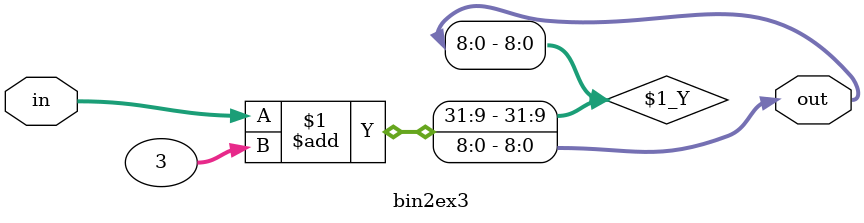
<source format=sv>
module bin2ex3(in,out);
    input  [7:0]  in;
    output [8:0] out;

    assign out=in+3;

endmodule
</source>
